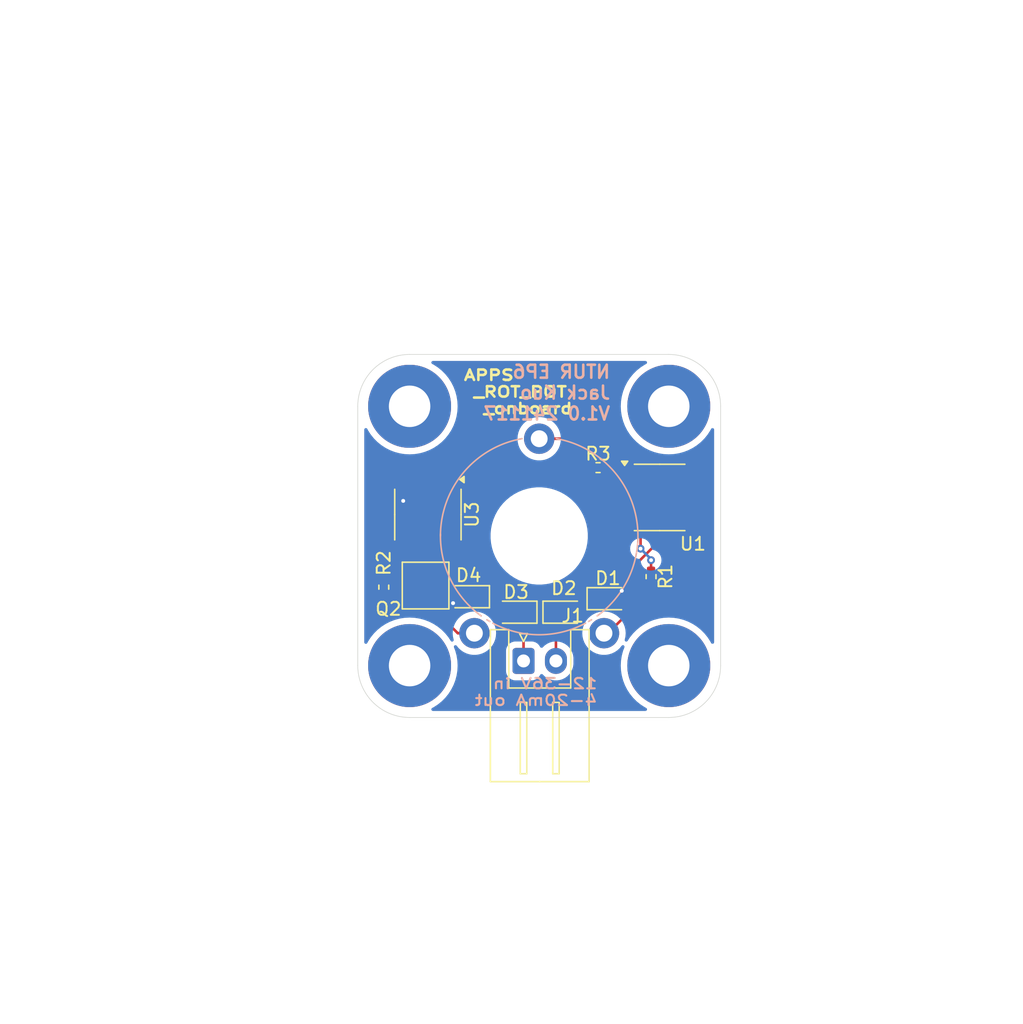
<source format=kicad_pcb>
(kicad_pcb (version 20240108) (generator "pcbnew") (generator_version "8.0")
  (title_block (title "APPS_ROT_POT_onboard_XTR11x") (date "2024-11-17") (rev "1.0") (company "NTUR") (comment 1 "郭哲明 Jack Kuo") (comment 2 "Electrical Group"))
  (layers (0 "F.Cu" signal) (31 "B.Cu" signal) (34 "B.Paste" user) (35 "F.Paste" user) (36 "B.SilkS" user "B.Silkscreen") (37 "F.SilkS" user "F.Silkscreen") (38 "B.Mask" user) (39 "F.Mask" user) (44 "Edge.Cuts" user))
  (net 0 "")
  (net 1 "GND")
  (net 2 "Net-(D1-K)")
  (net 3 "VCC")
  (net 4 "Net-(D3-A)")
  (net 5 "Net-(Q2-E)")
  (net 6 "Net-(Q2-B)")
  (net 7 "Net-(U1A--)")
  (net 9 "Net-(U1A-+)")
  (net 12 "Net-(U1C-V-)")
  (net 13 "Net-(R1-Pad1)")
  (net 14 "Net-(R2-Pad2)")
  (net 27 "Net-(U3-VREF)")
  (net 28 "Net-(U3-IIN)")
  (net 29 "Net-(U1C-V+)")
  (footprint "Resistor_SMD:R_0402_1005Metric" (layer "F.Cu") (at 138.9634 83.0834 180)
    (property "Reference" "R3" (at 0 1.0668 0) (layer "F.SilkS"))
    (property "Value" "10k")
    (fp_line (start -0.153641 0.38) (end 0.153641 0.38) (stroke (width 0.12)) (layer "F.SilkS"))
    (fp_line (start -0.153641 -0.38) (end 0.153641 -0.38) (stroke (width 0.12)) (layer "F.SilkS"))
    (pad "1" smd roundrect (at -0.51 0 180) (size 0.54 0.64) (layers "F.Cu" "F.Paste" "F.Mask") (net 7 "Net-(U1A--)"))
    (pad "2" smd roundrect (at 0.51 0 180) (size 0.54 0.64) (layers "F.Cu" "F.Paste" "F.Mask") (net 28 "Net-(U3-IIN)"))
  )
  (footprint "Resistor_SMD:R_0402_1005Metric" (layer "F.Cu") (at 122.428 92.3036 -90)
    (property "Reference" "R2" (at -1.8542 0 90) (layer "F.SilkS"))
    (property "Value" "1k")
    (fp_line (start -0.153641 0.38) (end 0.153641 0.38) (stroke (width 0.12)) (layer "F.SilkS"))
    (fp_line (start -0.153641 -0.38) (end 0.153641 -0.38) (stroke (width 0.12)) (layer "F.SilkS"))
    (pad "1" smd roundrect (at -0.51 0 270) (size 0.54 0.64) (layers "F.Cu" "F.Paste" "F.Mask") (net 27 "Net-(U3-VREF)"))
    (pad "2" smd roundrect (at 0.51 0 270) (size 0.54 0.64) (layers "F.Cu" "F.Paste" "F.Mask") (net 14 "Net-(R2-Pad2)"))
  )
  (footprint "MountingHole:MountingHole_3.2mm_M3_Pad_TopBottom" (layer "F.Cu") (at 124.4201 98.3541)
    (property "Reference" "H2" (hide yes))
    (property "Value" "MountingHole_Pad")
    (pad "1" thru_hole circle (at 0 0) (size 3.6 3.6) (drill 3.2) (layers "*.Cu" "*.Mask"))
    (pad "1" connect circle (at 0 0) (size 6.4 6.4) (layers "F.Cu" "F.Mask"))
    (pad "1" connect circle (at 0 0) (size 6.4 6.4) (layers "B.Cu" "B.Mask"))
  )
  (footprint "MountingHole:MountingHole_3.2mm_M3_Pad_TopBottom" (layer "F.Cu") (at 144.4201 78.3541)
    (property "Reference" "H4" (hide yes))
    (property "Value" "MountingHole_Pad")
    (pad "1" thru_hole circle (at 0 0) (size 3.6 3.6) (drill 3.2) (layers "*.Cu" "*.Mask"))
    (pad "1" connect circle (at 0 0) (size 6.4 6.4) (layers "F.Cu" "F.Mask"))
    (pad "1" connect circle (at 0 0) (size 6.4 6.4) (layers "B.Cu" "B.Mask"))
  )
  (footprint "Diode_SMD:D_SOD-323" (layer "F.Cu") (at 136.3218 94.234)
    (property "Reference" "D2" (at 0 -1.85 0) (layer "F.SilkS"))
    (property "Value" "1N4148")
    (fp_line (start -1.61 -0.85) (end -1.61 0.85) (stroke (width 0.12)) (layer "F.SilkS"))
    (fp_line (start -1.61 -0.85) (end 1.05 -0.85) (stroke (width 0.12)) (layer "F.SilkS"))
    (fp_line (start -1.61 0.85) (end 1.05 0.85) (stroke (width 0.12)) (layer "F.SilkS"))
    (pad "1" smd roundrect (at -1.05 0) (size 0.6 0.45) (layers "F.Cu" "F.Paste" "F.Mask") (net 3 "VCC"))
    (pad "2" smd roundrect (at 1.05 0) (size 0.6 0.45) (layers "F.Cu" "F.Paste" "F.Mask") (net 2 "Net-(D1-K)"))
  )
  (footprint "Diode_SMD:D_SOD-323" (layer "F.Cu") (at 132.6388 94.234 180)
    (property "Reference" "D3" (at 0 1.5494 0) (layer "F.SilkS"))
    (property "Value" "1N4148")
    (fp_line (start -1.61 0.85) (end 1.05 0.85) (stroke (width 0.12)) (layer "F.SilkS"))
    (fp_line (start -1.61 -0.85) (end 1.05 -0.85) (stroke (width 0.12)) (layer "F.SilkS"))
    (fp_line (start -1.61 -0.85) (end -1.61 0.85) (stroke (width 0.12)) (layer "F.SilkS"))
    (pad "1" smd roundrect (at -1.05 0 180) (size 0.6 0.45) (layers "F.Cu" "F.Paste" "F.Mask") (net 3 "VCC"))
    (pad "2" smd roundrect (at 1.05 0 180) (size 0.6 0.45) (layers "F.Cu" "F.Paste" "F.Mask") (net 4 "Net-(D3-A)"))
  )
  (footprint "Diode_SMD:D_SOD-323" (layer "F.Cu") (at 128.9726 93.0402 180)
    (property "Reference" "D4" (at 0 1.651 0) (layer "F.SilkS"))
    (property "Value" "1N4148")
    (fp_line (start -1.61 0.85) (end 1.05 0.85) (stroke (width 0.12)) (layer "F.SilkS"))
    (fp_line (start -1.61 -0.85) (end 1.05 -0.85) (stroke (width 0.12)) (layer "F.SilkS"))
    (fp_line (start -1.61 -0.85) (end -1.61 0.85) (stroke (width 0.12)) (layer "F.SilkS"))
    (pad "1" smd roundrect (at -1.05 0 180) (size 0.6 0.45) (layers "F.Cu" "F.Paste" "F.Mask") (net 4 "Net-(D3-A)"))
    (pad "2" smd roundrect (at 1.05 0 180) (size 0.6 0.45) (layers "F.Cu" "F.Paste" "F.Mask") (net 1 "GND"))
  )
  (footprint "MountingHole:MountingHole_3.2mm_M3_Pad_TopBottom" (layer "F.Cu") (at 124.4201 78.3541)
    (property "Reference" "H1" (hide yes))
    (property "Value" "MountingHole_Pad")
    (pad "1" thru_hole circle (at 0 0) (size 3.6 3.6) (drill 3.2) (layers "*.Cu" "*.Mask"))
    (pad "1" connect circle (at 0 0) (size 6.4 6.4) (layers "F.Cu" "F.Mask"))
    (pad "1" connect circle (at 0 0) (size 6.4 6.4) (layers "B.Cu" "B.Mask"))
  )
  (footprint "Package_SO:SOIC-8_3.9x4.9mm_P1.27mm" (layer "F.Cu") (at 125.8316 86.7044 -90)
    (property "Reference" "U3" (at 0 -3.4 90) (layer "F.SilkS"))
    (property "Value" "XTR116U")
    (fp_line (start 0 2.56) (end -1.95 2.56) (stroke (width 0.12)) (layer "F.SilkS"))
    (fp_line (start 0 2.56) (end 1.95 2.56) (stroke (width 0.12)) (layer "F.SilkS"))
    (fp_line (start 0 -2.56) (end -1.95 -2.56) (stroke (width 0.12)) (layer "F.SilkS"))
    (fp_line (start 0 -2.56) (end 1.95 -2.56) (stroke (width 0.12)) (layer "F.SilkS"))
    (fp_poly (pts (xy -2.7 -2.465) (xy -2.94 -2.795) (xy -2.46 -2.795) (xy -2.7 -2.465)) (stroke (width 0.12)) (fill solid) (layer "F.SilkS"))
    (pad "1" smd roundrect (at -2.475 -1.905 270) (size 1.95 0.6) (layers "F.Cu" "F.Paste" "F.Mask") (net 27 "Net-(U3-VREF)"))
    (pad "2" smd roundrect (at -2.475 -0.635 270) (size 1.95 0.6) (layers "F.Cu" "F.Paste" "F.Mask") (net 28 "Net-(U3-IIN)"))
    (pad "3" smd roundrect (at -2.475 0.635 270) (size 1.95 0.6) (layers "F.Cu" "F.Paste" "F.Mask") (net 12 "Net-(U1C-V-)"))
    (pad "4" smd roundrect (at -2.475 1.905 270) (size 1.95 0.6) (layers "F.Cu" "F.Paste" "F.Mask") (net 1 "GND"))
    (pad "5" smd roundrect (at 2.475 1.905 270) (size 1.95 0.6) (layers "F.Cu" "F.Paste" "F.Mask") (net 5 "Net-(Q2-E)"))
    (pad "6" smd roundrect (at 2.475 0.635 270) (size 1.95 0.6) (layers "F.Cu" "F.Paste" "F.Mask") (net 6 "Net-(Q2-B)"))
    (pad "7" smd roundrect (at 2.475 -0.635 270) (size 1.95 0.6) (layers "F.Cu" "F.Paste" "F.Mask") (net 3 "VCC"))
    (pad "8" smd roundrect (at 2.475 -1.905 270) (size 1.95 0.6) (layers "F.Cu" "F.Paste" "F.Mask") (net 29 "Net-(U1C-V+)"))
  )
  (footprint "Connector_JST:JST_XH_S2B-XH-A_1x02_P2.50mm_Horizontal" (layer "F.Cu") (at 133.2122 97.9932)
    (property "Reference" "J1" (at 3.7954 -3.4798 0) (layer "F.SilkS"))
    (property "Value" "current")
    (fp_line (start -2.56 -2.41) (end -1.14 -2.41) (stroke (width 0.12)) (layer "F.SilkS"))
    (fp_line (start -2.56 9.31) (end -2.56 -2.41) (stroke (width 0.12)) (layer "F.SilkS"))
    (fp_line (start -1.14 -2.41) (end -1.14 2.09) (stroke (width 0.12)) (layer "F.SilkS"))
    (fp_line (start -1.14 2.09) (end 1.25 2.09) (stroke (width 0.12)) (layer "F.SilkS"))
    (fp_line (start -0.3 -2.1) (end 0.3 -2.1) (stroke (width 0.12)) (layer "F.SilkS"))
    (fp_line (start -0.25 3.2) (end -0.25 8.7) (stroke (width 0.12)) (layer "F.SilkS"))
    (fp_line (start -0.25 8.7) (end 0.25 8.7) (stroke (width 0.12)) (layer "F.SilkS"))
    (fp_line (start 0 -1.5) (end -0.3 -2.1) (stroke (width 0.12)) (layer "F.SilkS"))
    (fp_line (start 0.25 3.2) (end -0.25 3.2) (stroke (width 0.12)) (layer "F.SilkS"))
    (fp_line (start 0.25 8.7) (end 0.25 3.2) (stroke (width 0.12)) (layer "F.SilkS"))
    (fp_line (start 0.3 -2.1) (end 0 -1.5) (stroke (width 0.12)) (layer "F.SilkS"))
    (fp_line (start 1.25 9.31) (end -2.56 9.31) (stroke (width 0.12)) (layer "F.SilkS"))
    (fp_line (start 1.25 9.31) (end 5.06 9.31) (stroke (width 0.12)) (layer "F.SilkS"))
    (fp_line (start 2.25 3.2) (end 2.25 8.7) (stroke (width 0.12)) (layer "F.SilkS"))
    (fp_line (start 2.25 8.7) (end 2.75 8.7) (stroke (width 0.12)) (layer "F.SilkS"))
    (fp_line (start 2.75 3.2) (end 2.25 3.2) (stroke (width 0.12)) (layer "F.SilkS"))
    (fp_line (start 2.75 8.7) (end 2.75 3.2) (stroke (width 0.12)) (layer "F.SilkS"))
    (fp_line (start 3.64 -2.41) (end 3.64 2.09) (stroke (width 0.12)) (layer "F.SilkS"))
    (fp_line (start 3.64 2.09) (end 1.25 2.09) (stroke (width 0.12)) (layer "F.SilkS"))
    (fp_line (start 5.06 -2.41) (end 3.64 -2.41) (stroke (width 0.12)) (layer "F.SilkS"))
    (fp_line (start 5.06 9.31) (end 5.06 -2.41) (stroke (width 0.12)) (layer "F.SilkS"))
    (pad "1" thru_hole roundrect (at 0 0) (size 1.7 2) (drill 1) (layers "*.Cu" "*.Mask") (roundrect_rratio 0.147059) (net 4 "Net-(D3-A)"))
    (pad "2" thru_hole oval (at 2.5 0) (size 1.7 2) (drill 1) (layers "*.Cu" "*.Mask") (net 2 "Net-(D1-K)"))
  )
  (footprint "Diode_SMD:D_SOD-323" (layer "F.Cu") (at 139.7254 93.1926)
    (property "Reference" "D1" (at 0 -1.5748 0) (layer "F.SilkS"))
    (property "Value" "1N4148")
    (fp_line (start -1.61 -0.85) (end -1.61 0.85) (stroke (width 0.12)) (layer "F.SilkS"))
    (fp_line (start -1.61 -0.85) (end 1.05 -0.85) (stroke (width 0.12)) (layer "F.SilkS"))
    (fp_line (start -1.61 0.85) (end 1.05 0.85) (stroke (width 0.12)) (layer "F.SilkS"))
    (pad "1" smd roundrect (at -1.05 0) (size 0.6 0.45) (layers "F.Cu" "F.Paste" "F.Mask") (net 2 "Net-(D1-K)"))
    (pad "2" smd roundrect (at 1.05 0) (size 0.6 0.45) (layers "F.Cu" "F.Paste" "F.Mask") (net 1 "GND"))
  )
  (footprint "Resistor_SMD:R_0402_1005Metric" (layer "F.Cu") (at 143.0528 91.4908 90)
    (property "Reference" "R1" (at 0 1.1176 90) (layer "F.SilkS"))
    (property "Value" "1k")
    (fp_line (start -0.153641 -0.38) (end 0.153641 -0.38) (stroke (width 0.12)) (layer "F.SilkS"))
    (fp_line (start -0.153641 0.38) (end 0.153641 0.38) (stroke (width 0.12)) (layer "F.SilkS"))
    (pad "1" smd roundrect (at -0.51 0 90) (size 0.54 0.64) (layers "F.Cu" "F.Paste" "F.Mask") (net 13 "Net-(R1-Pad1)"))
    (pad "2" smd roundrect (at 0.51 0 90) (size 0.54 0.64) (layers "F.Cu" "F.Paste" "F.Mask") (net 12 "Net-(U1C-V-)"))
  )
  (footprint "Package_SO:SOIC-8_3.9x4.9mm_P1.27mm" (layer "F.Cu") (at 143.7132 85.3836)
    (property "Reference" "U1" (at 2.5654 3.5814 0) (layer "F.SilkS"))
    (property "Value" "LM358")
    (fp_line (start 0 -2.56) (end -1.95 -2.56) (stroke (width 0.12)) (layer "F.SilkS"))
    (fp_line (start 0 -2.56) (end 1.95 -2.56) (stroke (width 0.12)) (layer "F.SilkS"))
    (fp_line (start 0 2.56) (end -1.95 2.56) (stroke (width 0.12)) (layer "F.SilkS"))
    (fp_line (start 0 2.56) (end 1.95 2.56) (stroke (width 0.12)) (layer "F.SilkS"))
    (fp_poly (pts (xy -2.7 -2.465) (xy -2.94 -2.795) (xy -2.46 -2.795) (xy -2.7 -2.465)) (stroke (width 0.12)) (fill solid) (layer "F.SilkS"))
    (pad "1" smd roundrect (at -2.475 -1.905) (size 1.95 0.6) (layers "F.Cu" "F.Paste" "F.Mask") (net 7 "Net-(U1A--)"))
    (pad "2" smd roundrect (at -2.475 -0.635) (size 1.95 0.6) (layers "F.Cu" "F.Paste" "F.Mask") (net 7 "Net-(U1A--)"))
    (pad "3" smd roundrect (at -2.475 0.635) (size 1.95 0.6) (layers "F.Cu" "F.Paste" "F.Mask") (net 9 "Net-(U1A-+)"))
    (pad "4" smd roundrect (at -2.475 1.905) (size 1.95 0.6) (layers "F.Cu" "F.Paste" "F.Mask") (net 12 "Net-(U1C-V-)"))
    (pad "5" smd roundrect (at 2.475 1.905) (size 1.95 0.6) (layers "F.Cu" "F.Paste" "F.Mask"))
    (pad "6" smd roundrect (at 2.475 0.635) (size 1.95 0.6) (layers "F.Cu" "F.Paste" "F.Mask"))
    (pad "7" smd roundrect (at 2.475 -0.635) (size 1.95 0.6) (layers "F.Cu" "F.Paste" "F.Mask"))
    (pad "8" smd roundrect (at 2.475 -1.905) (size 1.95 0.6) (layers "F.Cu" "F.Paste" "F.Mask") (net 29 "Net-(U1C-V+)"))
  )
  (footprint "PCM_Package_TO_SOT_SMD_AKL:SOT-23" (layer "F.Cu") (at 125.6538 92.1796)
    (property "Reference" "Q2" (at -2.8702 1.8004 0) (layer "F.SilkS"))
    (property "Value" "MMBT2222A" (hide yes))
    (fp_line (start -1.8 -1.8) (end -1.8 1.8) (stroke (width 0.12)) (layer "F.SilkS"))
    (fp_line (start -1.8 1.8) (end 1.8 1.8) (stroke (width 0.12)) (layer "F.SilkS"))
    (fp_line (start 1.8 -1.8) (end -1.8 -1.8) (stroke (width 0.12)) (layer "F.SilkS"))
    (fp_line (start 1.8 1.8) (end 1.8 -1.8) (stroke (width 0.12)) (layer "F.SilkS"))
    (pad "1" smd roundrect (at -1 -0.95) (size 0.9 0.8) (layers "F.Cu" "F.Paste" "F.Mask") (net 6 "Net-(Q2-B)"))
    (pad "2" smd roundrect (at -1 0.95) (size 0.9 0.8) (layers "F.Cu" "F.Paste" "F.Mask") (net 5 "Net-(Q2-E)"))
    (pad "3" smd roundrect (at 1 0) (size 0.9 0.8) (layers "F.Cu" "F.Paste" "F.Mask") (net 3 "VCC"))
  )
  (footprint "MountingHole:MountingHole_3.2mm_M3_Pad_TopBottom" (layer "F.Cu") (at 144.4201 98.3541)
    (property "Reference" "H3" (hide yes))
    (property "Value" "MountingHole_Pad")
    (pad "1" thru_hole circle (at 0 0) (size 3.6 3.6) (drill 3.2) (layers "*.Cu" "*.Mask"))
    (pad "1" connect circle (at 0 0) (size 6.4 6.4) (layers "F.Cu" "F.Mask"))
    (pad "1" connect circle (at 0 0) (size 6.4 6.4) (layers "B.Cu" "B.Mask"))
  )
  (footprint "PCM_Potentiometer_THT_AKL:Potentiometer_Piher_PT-15-V15_Vertical_Hole" (layer "B.Cu") (at 129.4201 95.8541 90)
    (property "Reference" "RV1" (hide yes))
    (property "Value" "100k PTN15-E100DB10-H" (hide yes))
    (fp_arc (start 7.5 -2.62) (mid 12.398042 -0.837259) (end 15.004235 3.676801) (stroke (width 0.12)) (layer "B.SilkS"))
    (fp_arc (start 1.335 0.522) (mid 4.099288 -1.818715) (end 7.632064 -2.618548) (stroke (width 0.12)) (layer "B.SilkS"))
    (fp_arc (start 0.901 1.191) (mid 0.968481 1.076412) (end 1.037952 0.963019) (stroke (width 0.12)) (layer "B.SilkS"))
    (fp_arc (start 15.005 6.322) (mid 9.21553 12.424935) (end 1.335622 9.480307) (stroke (width 0.12)) (layer "B.SilkS"))
    (fp_arc (start 0.773 8.578) (mid -0.119358 5.001051) (end 0.772013 1.423856) (stroke (width 0.12)) (layer "B.SilkS"))
    (fp_arc (start 1.039 9.038) (mid 0.969512 8.924625) (end 0.902012 8.810055) (stroke (width 0.12)) (layer "B.SilkS"))
    (pad "" np_thru_hole circle (at 7.5 5 90) (size 7 7) (drill 7) (layers "*.Cu" "*.Mask"))
    (pad "1" thru_hole circle (at 0 0 90) (size 2.34 2.34) (drill 1.3) (layers "*.Cu" "*.Mask") (net 14 "Net-(R2-Pad2)"))
    (pad "2" thru_hole circle (at 15 5 90) (size 2.34 2.34) (drill 1.3) (layers "*.Cu" "*.Mask") (net 9 "Net-(U1A-+)"))
    (pad "3" thru_hole circle (at 0 10 90) (size 2.34 2.34) (drill 1.3) (layers "*.Cu" "*.Mask") (net 13 "Net-(R1-Pad1)"))
  )
  (gr_arc (start 144.4201 74.3541) (mid 147.248527 75.525673) (end 148.4201 78.3541) (stroke (width 0.05)) (layer "Edge.Cuts"))
  (gr_line (start 144.4201 74.3541) (end 124.4201 74.3541) (stroke (width 0.05)) (layer "Edge.Cuts"))
  (gr_line (start 120.4201 78.3541) (end 120.4201 98.3541) (stroke (width 0.05)) (layer "Edge.Cuts"))
  (gr_arc (start 148.4201 98.3541) (mid 147.248527 101.182527) (end 144.4201 102.3541) (stroke (width 0.05)) (layer "Edge.Cuts"))
  (gr_line (start 144.4201 102.3541) (end 124.4201 102.3541) (stroke (width 0.05)) (layer "Edge.Cuts"))
  (gr_arc (start 120.4201 78.3541) (mid 121.591673 75.525673) (end 124.4201 74.3541) (stroke (width 0.05)) (layer "Edge.Cuts"))
  (gr_line (start 148.4201 78.3541) (end 148.4201 98.3541) (stroke (width 0.05)) (layer "Edge.Cuts"))
  (gr_arc (start 124.4201 102.3541) (mid 121.591673 101.182527) (end 120.4201 98.3541) (stroke (width 0.05)) (layer "Edge.Cuts"))
  (gr_text "12-36V in\n4-20mA out" (at 139 101.5 0) (layer "B.SilkS") (effects (font (size 0.8 1) (thickness 0.16) (bold yes)) (justify left bottom mirror)))
  (gr_text "NTUR EP6\nJack Kuo\nV1.0 241117" (at 140 79.5 0) (layer "B.SilkS") (effects (font (size 1 1) (thickness 0.2) (bold yes)) (justify left bottom mirror)))
  (gr_text "APPS\n _ROT_POT\n  _onboard" (at 128.5 79 0) (layer "F.SilkS") (effects (font (size 0.8 1) (thickness 0.2) (bold yes)) (justify left bottom)))
  (segment (start 123.9266 85.6488) (end 123.9266 84.2294) (width 0.2) (layer "F.Cu") (net 1))
  (segment (start 140.7922 92.583) (end 140.7922 93.1758) (width 0.2) (layer "F.Cu") (net 1))
  (segment (start 127.9226 93.3876) (end 127.9226 93.0402) (width 0.2) (layer "F.Cu") (net 1))
  (segment (start 140.7922 93.1758) (end 140.7754 93.1926) (width 0.2) (layer "F.Cu") (net 1))
  (segment (start 127.7747 93.5355) (end 127.9226 93.3876) (width 0.2) (layer "F.Cu") (net 1))
  (via (at 140.7922 92.583) (size 0.6) (drill 0.3) (layers "F.Cu" "B.Cu") (net 1))
  (via (at 127.7747 93.5355) (size 0.6) (drill 0.3) (layers "F.Cu" "B.Cu") (net 1))
  (via (at 123.9266 85.6488) (size 0.6) (drill 0.3) (layers "F.Cu" "B.Cu") (net 1))
  (segment (start 137.3718 94.234) (end 135.7122 95.8936) (width 0.2) (layer "F.Cu") (net 2))
  (segment (start 135.7122 95.8936) (end 135.7122 97.9932) (width 0.2) (layer "F.Cu") (net 2))
  (segment (start 137.3718 94.234) (end 137.634 94.234) (width 0.2) (layer "F.Cu") (net 2))
  (segment (start 137.634 94.234) (end 138.6754 93.1926) (width 0.2) (layer "F.Cu") (net 2))
  (segment (start 130.7622 92.1796) (end 132.8166 94.234) (width 0.2) (layer "F.Cu") (net 3))
  (segment (start 126.6538 89.3666) (end 126.4666 89.1794) (width 0.2) (layer "F.Cu") (net 3))
  (segment (start 132.8166 94.234) (end 133.6888 94.234) (width 0.2) (layer "F.Cu") (net 3))
  (segment (start 126.6538 92.1796) (end 126.6538 89.3666) (width 0.2) (layer "F.Cu") (net 3))
  (segment (start 126.6538 92.1796) (end 130.7622 92.1796) (width 0.2) (layer "F.Cu") (net 3))
  (segment (start 133.6888 94.234) (end 135.2718 94.234) (width 0.2) (layer "F.Cu") (net 3))
  (segment (start 133.2122 97.9932) (end 133.2122 95.8574) (width 0.2) (layer "F.Cu") (net 4))
  (segment (start 133.2122 95.8574) (end 131.5888 94.234) (width 0.2) (layer "F.Cu") (net 4))
  (segment (start 131.2164 94.234) (end 130.0226 93.0402) (width 0.2) (layer "F.Cu") (net 4))
  (segment (start 133.1046 97.8856) (end 133.2122 97.9932) (width 0.2) (layer "F.Cu") (net 4))
  (segment (start 131.5888 94.234) (end 131.2164 94.234) (width 0.2) (layer "F.Cu") (net 4))
  (segment (start 133.9342 97.9932) (end 133.2122 97.9932) (width 0.2) (layer "F.Cu") (net 4))
  (segment (start 123.626601 89.479399) (end 123.9266 89.1794) (width 0.2) (layer "F.Cu") (net 5))
  (segment (start 123.626601 92.102401) (end 123.626601 89.479399) (width 0.2) (layer "F.Cu") (net 5))
  (segment (start 124.6538 93.1296) (end 123.626601 92.102401) (width 0.2) (layer "F.Cu") (net 5))
  (segment (start 124.6538 91.2296) (end 124.6538 89.7222) (width 0.2) (layer "F.Cu") (net 6))
  (segment (start 124.6538 89.7222) (end 125.1966 89.1794) (width 0.2) (layer "F.Cu") (net 6))
  (segment (start 139.4734 83.0834) (end 139.8686 83.4786) (width 0.2) (layer "F.Cu") (net 7))
  (segment (start 139.8686 83.4786) (end 141.2382 83.4786) (width 0.2) (layer "F.Cu") (net 7))
  (segment (start 141.2382 84.7486) (end 141.2382 83.4786) (width 0.2) (layer "F.Cu") (net 7))
  (segment (start 142.213199 86.0186) (end 142.875 85.356799) (width 0.2) (layer "F.Cu") (net 9))
  (segment (start 142.875 82.999524) (end 140.729576 80.8541) (width 0.2) (layer "F.Cu") (net 9))
  (segment (start 141.2382 86.0186) (end 142.213199 86.0186) (width 0.2) (layer "F.Cu") (net 9))
  (segment (start 140.729576 80.8541) (end 134.4201 80.8541) (width 0.2) (layer "F.Cu") (net 9))
  (segment (start 142.875 85.356799) (end 142.875 82.999524) (width 0.2) (layer "F.Cu") (net 9))
  (segment (start 143.0528 90.9808) (end 143.0528 90.2208) (width 0.2) (layer "F.Cu") (net 12))
  (segment (start 140.5778 87.2886) (end 141.2382 87.2886) (width 0.2) (layer "F.Cu") (net 12))
  (segment (start 128.507761 86.350839) (end 131.2418 83.6168) (width 0.2) (layer "F.Cu") (net 12))
  (segment (start 125.1966 84.2294) (end 125.1966 85.204399) (width 0.2) (layer "F.Cu") (net 12))
  (segment (start 131.2418 83.6168) (end 136.906 83.6168) (width 0.2) (layer "F.Cu") (net 12))
  (segment (start 136.906 83.6168) (end 140.5778 87.2886) (width 0.2) (layer "F.Cu") (net 12))
  (segment (start 126.34304 86.350839) (end 128.507761 86.350839) (width 0.2) (layer "F.Cu") (net 12))
  (segment (start 142.242372 88.292772) (end 141.2382 87.2886) (width 0.2) (layer "F.Cu") (net 12))
  (segment (start 125.1966 85.204399) (end 126.34304 86.350839) (width 0.2) (layer "F.Cu") (net 12))
  (segment (start 142.242372 89.33417) (end 142.242372 88.292772) (width 0.2) (layer "F.Cu") (net 12))
  (via (at 142.242372 89.33417) (size 0.6) (drill 0.3) (layers "F.Cu" "B.Cu") (net 12))
  (via (at 143.0528 90.2208) (size 0.6) (drill 0.3) (layers "F.Cu" "B.Cu") (net 12))
  (segment (start 143.0528 90.144598) (end 143.0528 90.2208) (width 0.2) (layer "B.Cu") (net 12))
  (segment (start 142.242372 89.33417) (end 143.0528 90.144598) (width 0.2) (layer "B.Cu") (net 12))
  (segment (start 139.7309 95.8541) (end 139.4201 95.8541) (width 0.2) (layer "F.Cu") (net 13))
  (segment (start 143.0528 92.5322) (end 139.7309 95.8541) (width 0.2) (layer "F.Cu") (net 13))
  (segment (start 143.0528 92.0008) (end 143.0528 92.5322) (width 0.2) (layer "F.Cu") (net 13))
  (segment (start 123.7468 94.1324) (end 126.4158 94.1324) (width 0.2) (layer "F.Cu") (net 14))
  (segment (start 128.1375 95.8541) (end 129.4201 95.8541) (width 0.2) (layer "F.Cu") (net 14))
  (segment (start 126.4158 94.1324) (end 128.1375 95.8541) (width 0.2) (layer "F.Cu") (net 14))
  (segment (start 122.428 92.8136) (end 123.7468 94.1324) (width 0.2) (layer "F.Cu") (net 14))
  (segment (start 123.6726 82.6262) (end 122.428 83.8708) (width 0.2) (layer "F.Cu") (net 27))
  (segment (start 122.428 83.8708) (end 122.428 91.7936) (width 0.2) (layer "F.Cu") (net 27))
  (segment (start 127.7366 83.883848) (end 126.478952 82.6262) (width 0.2) (layer "F.Cu") (net 27))
  (segment (start 126.478952 82.6262) (end 123.6726 82.6262) (width 0.2) (layer "F.Cu") (net 27))
  (segment (start 127.7366 84.2294) (end 127.7366 83.883848) (width 0.2) (layer "F.Cu") (net 27))
  (segment (start 126.4666 85.204399) (end 126.4666 84.2294) (width 0.2) (layer "F.Cu") (net 28))
  (segment (start 138.0724 82.7024) (end 131.2926 82.7024) (width 0.2) (layer "F.Cu") (net 28))
  (segment (start 131.2926 82.7024) (end 128.2192 85.7758) (width 0.2) (layer "F.Cu") (net 28))
  (segment (start 128.2192 85.7758) (end 127.038001 85.7758) (width 0.2) (layer "F.Cu") (net 28))
  (segment (start 127.038001 85.7758) (end 126.4666 85.204399) (width 0.2) (layer "F.Cu") (net 28))
  (segment (start 126.4666 83.8454) (end 126.4666 84.2294) (width 0.2) (layer "F.Cu") (net 28))
  (segment (start 138.4534 83.0834) (end 138.0724 82.7024) (width 0.2) (layer "F.Cu") (net 28))
  (segment (start 146.1882 83.4786) (end 145.393752 83.4786) (width 0.2) (layer "F.Cu") (net 29))
  (segment (start 128.5494 89.1794) (end 127.7366 89.1794) (width 0.2) (layer "F.Cu") (net 29))
  (segment (start 144.018 84.854352) (end 144.018 88.407071) (width 0.2) (layer "F.Cu") (net 29))
  (segment (start 145.393752 83.4786) (end 144.018 84.854352) (width 0.2) (layer "F.Cu") (net 29))
  (segment (start 144.018 88.407071) (end 139.757471 92.6676) (width 0.2) (layer "F.Cu") (net 29))
  (segment (start 139.757471 92.6676) (end 132.0376 92.6676) (width 0.2) (layer "F.Cu") (net 29))
  (segment (start 132.0376 92.6676) (end 128.5494 89.1794) (width 0.2) (layer "F.Cu") (net 29))
  (zone (net 1) (net_name "GND") (layer "B.Cu") (connect_pads (clearance 0.5)) (min_thickness 0.25) (fill yes (thermal_gap 0.5) (thermal_bridge_width 0.5))
    (polygon (pts (xy 97.8154 47.5488) (xy 171.7548 47.0154) (xy 167.1066 125.2982) (xy 92.8116 125.984)))
  )
)
</source>
